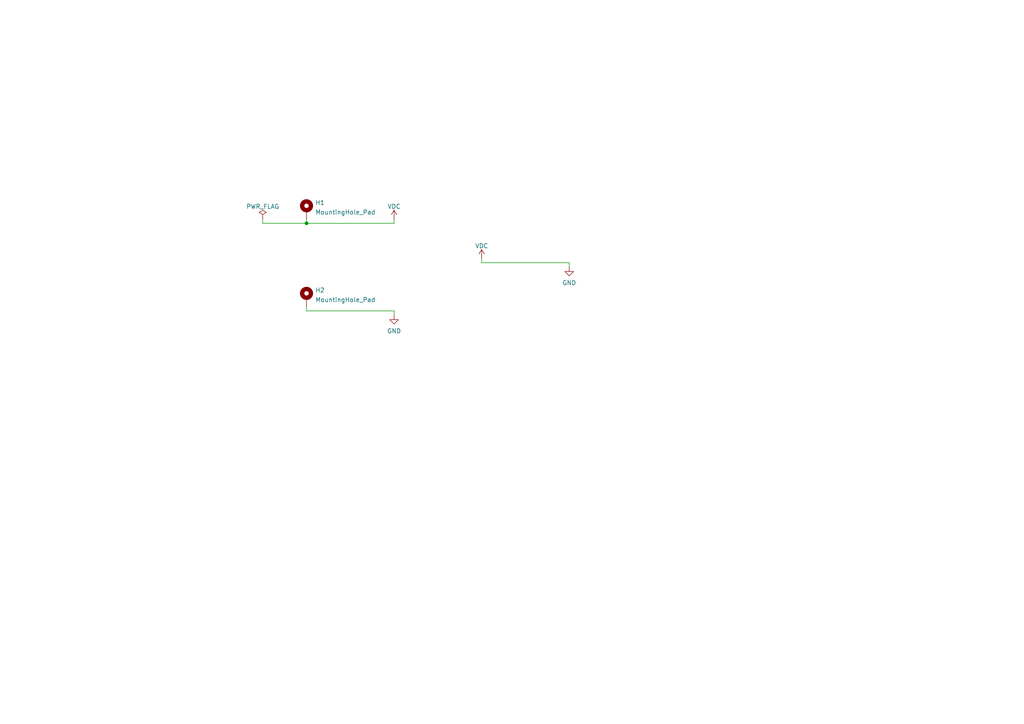
<source format=kicad_sch>
(kicad_sch (version 20211123) (generator eeschema)
  (paper "A4")
  (lib_symbols
    (symbol "Mechanical:MountingHole_Pad" (pin_numbers hide) (pin_names (offset 1.016) hide)
      (property "Reference" "H" (at 0 6.35 0))
      (property "Value" "MountingHole_Pad" (at 0 4.445 0))
      (symbol "MountingHole_Pad_0_1"
        (circle (center 0 1.27) (radius 1.27) (stroke (width 1.27)))
      )
      (symbol "MountingHole_Pad_1_1"
        (pin input line (at 0 -2.54 90) (length 2.54) (name "1") (number "1"))
      )
    )
    (symbol "power:GND" (power) (pin_names (offset 0))
      (property "Value" "GND" (at 0 -3.81 0))
      (symbol "GND_0_1"
        (polyline (pts (xy 0 0) (xy 0 -1.27) (xy 1.27 -1.27) (xy 0 -2.54) (xy -1.27 -1.27) (xy 0 -1.27)))
      )
      (symbol "GND_1_1"
        (pin power_in line (at 0 0 270) (length 0) hide (name "GND") (number "1"))
      )
    )
    (symbol "power:PWR_FLAG" (power) (pin_numbers hide) (pin_names (offset 0) hide)
      (property "Value" "PWR_FLAG" (at 0 3.81 0))
      (symbol "PWR_FLAG_0_0"
        (pin power_out line (at 0 0 90) (length 0) (name "pwr") (number "1"))
      )
      (symbol "PWR_FLAG_0_1"
        (polyline (pts (xy 0 0) (xy 0 1.27) (xy -1.016 1.905) (xy 0 2.54) (xy 1.016 1.905) (xy 0 1.27)))
      )
    )
    (symbol "power:VDC" (power) (pin_names (offset 0))
      (property "Value" "VDC" (at 0 6.35 0))
      (symbol "VDC_0_1"
        (polyline (pts (xy -0.762 1.27) (xy 0 2.54)))
        (polyline (pts (xy 0 0) (xy 0 2.54)))
        (polyline (pts (xy 0 2.54) (xy 0.762 1.27)))
      )
      (symbol "VDC_1_1"
        (pin power_in line (at 0 0 90) (length 0) hide (name "VDC") (number "1"))
      )
    )
  )
  (junction (at 88.9 64.77))
  (wire (pts (xy 88.9 88.9) (xy 88.9 90.17)))
  (wire (pts (xy 139.7 74.93) (xy 139.7 76.2)))
  (wire (pts (xy 88.9 90.17) (xy 114.3 90.17)))
  (wire (pts (xy 114.3 90.17) (xy 114.3 91.44)))
  (wire (pts (xy 114.3 64.77) (xy 114.3 63.5)))
  (wire (pts (xy 88.9 63.5) (xy 88.9 64.77)))
  (wire (pts (xy 76.2 63.5) (xy 76.2 64.77)))
  (wire (pts (xy 165.1 76.2) (xy 165.1 77.47)))
  (wire (pts (xy 76.2 64.77) (xy 88.9 64.77)))
  (wire (pts (xy 139.7 76.2) (xy 165.1 76.2)))
  (wire (pts (xy 88.9 64.77) (xy 114.3 64.77)))
  (symbol (lib_id "power:GND") (at 114.3 91.44 0) (unit 1)
    (property "Reference" "#PWR04" (effects hide))
    (property "Value" "GND" (at 114.3 96.0025 0))
  )
  (symbol (lib_id "power:VDC") (at 139.7 74.93 0) (unit 1)
    (property "Reference" "#PWR02" (effects hide))
    (property "Value" "VDC" (at 139.7 71.3255 0))
  )
  (symbol (lib_id "power:PWR_FLAG") (at 76.2 63.5 0) (unit 1)
    (property "Reference" "#FLG01" (effects hide))
    (property "Value" "PWR_FLAG" (at 76.2 59.8955 0))
  )
  (symbol (lib_id "Mechanical:MountingHole_Pad") (at 88.9 60.96 0) (unit 1)
    (property "Reference" "H1" (at 91.44 58.7815 0) (effects (justify left)))
    (property "Value" "MountingHole_Pad" (at 91.44 61.5566 0) (effects (justify left)))
    (property "Footprint" "MountingHole:MountingHole_4.3mm_M4_Pad_TopOnly" (effects hide))
  )
  (symbol (lib_id "power:VDC") (at 114.3 63.5 0) (unit 1)
    (property "Reference" "#PWR01" (effects hide))
    (property "Value" "VDC" (at 114.3 59.8955 0))
  )
  (symbol (lib_id "Mechanical:MountingHole_Pad") (at 88.9 86.36 0) (unit 1)
    (property "Reference" "H2" (at 91.44 84.1815 0) (effects (justify left)))
    (property "Value" "MountingHole_Pad" (at 91.44 86.9566 0) (effects (justify left)))
    (property "Footprint" "MountingHole:MountingHole_4.3mm_M4_Pad_TopOnly" (effects hide))
  )
  (symbol (lib_id "power:GND") (at 165.1 77.47 0) (unit 1)
    (property "Reference" "#PWR03" (effects hide))
    (property "Value" "GND" (at 165.1 82.0325 0))
  )
)
</source>
